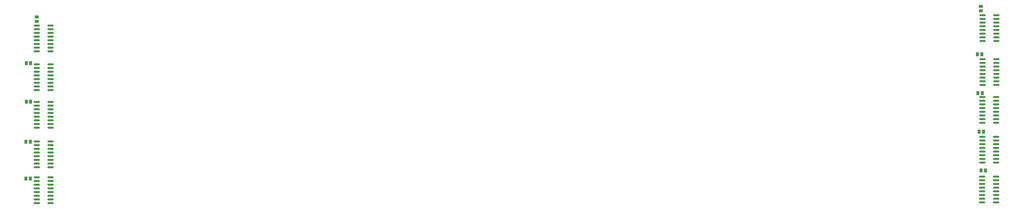
<source format=gbp>
%FSLAX25Y25*%
%MOIN*%
G70*
G01*
G75*
G04 Layer_Color=128*
%ADD10R,0.05512X0.05906*%
%ADD11R,0.05512X0.04331*%
%ADD12R,0.05709X0.02165*%
%ADD13R,0.05709X0.02165*%
%ADD14R,0.04331X0.06693*%
%ADD15R,0.08661X0.07874*%
%ADD16C,0.00500*%
%ADD17C,0.01181*%
%ADD18C,0.01969*%
%ADD19C,0.04724*%
%ADD20R,0.04724X0.04724*%
%ADD21R,0.05906X0.05906*%
%ADD22C,0.05906*%
%ADD23C,0.12992*%
%ADD24C,0.11811*%
%ADD25R,0.06378X0.06378*%
%ADD26C,0.06378*%
%ADD27C,0.08425*%
%ADD28C,0.21654*%
%ADD29C,0.02362*%
%ADD30C,0.03937*%
%ADD31O,0.08661X0.02362*%
%ADD32R,0.04331X0.05512*%
%ADD33C,0.00787*%
%ADD34C,0.00394*%
%ADD35C,0.00098*%
%ADD36C,0.00984*%
%ADD37C,0.01000*%
%ADD38C,0.00098*%
%ADD39C,0.00800*%
%ADD40C,0.00591*%
%ADD41R,0.06312X0.06706*%
%ADD42R,0.06312X0.05131*%
%ADD43R,0.06509X0.02965*%
%ADD44R,0.06509X0.02965*%
%ADD45R,0.05131X0.07493*%
%ADD46R,0.09461X0.08674*%
%ADD47C,0.05524*%
%ADD48R,0.05524X0.05524*%
%ADD49R,0.06706X0.06706*%
%ADD50C,0.06706*%
%ADD51C,0.13792*%
%ADD52C,0.12611*%
%ADD53R,0.07178X0.07178*%
%ADD54C,0.07178*%
%ADD55C,0.09225*%
%ADD56C,0.22453*%
%ADD57C,0.03162*%
%ADD58C,0.04737*%
%ADD59O,0.09461X0.03162*%
%ADD60R,0.05131X0.06312*%
D11*
X200787Y590354D02*
D03*
Y584449D02*
D03*
X1477165Y598622D02*
D03*
Y604528D02*
D03*
D31*
X200787Y543524D02*
D03*
Y548524D02*
D03*
Y553524D02*
D03*
Y558524D02*
D03*
Y563524D02*
D03*
Y568524D02*
D03*
Y573524D02*
D03*
Y578524D02*
D03*
X219685Y543524D02*
D03*
Y548524D02*
D03*
Y553524D02*
D03*
Y558524D02*
D03*
Y563524D02*
D03*
Y568524D02*
D03*
Y573524D02*
D03*
Y578524D02*
D03*
X200787Y491161D02*
D03*
Y496161D02*
D03*
Y501161D02*
D03*
Y506161D02*
D03*
Y511161D02*
D03*
Y516161D02*
D03*
Y521161D02*
D03*
Y526161D02*
D03*
X219685Y491161D02*
D03*
Y496161D02*
D03*
Y501161D02*
D03*
Y506161D02*
D03*
Y511161D02*
D03*
Y516161D02*
D03*
Y521161D02*
D03*
Y526161D02*
D03*
Y474980D02*
D03*
Y469980D02*
D03*
Y464980D02*
D03*
Y459980D02*
D03*
Y454980D02*
D03*
Y449980D02*
D03*
Y444980D02*
D03*
Y439980D02*
D03*
X200787Y474980D02*
D03*
Y469980D02*
D03*
Y464980D02*
D03*
Y459980D02*
D03*
Y454980D02*
D03*
Y449980D02*
D03*
Y444980D02*
D03*
Y439980D02*
D03*
X219685Y421437D02*
D03*
Y416437D02*
D03*
Y411437D02*
D03*
Y406437D02*
D03*
Y401437D02*
D03*
Y396437D02*
D03*
Y391437D02*
D03*
Y386437D02*
D03*
X200787Y421437D02*
D03*
Y416437D02*
D03*
Y411437D02*
D03*
Y406437D02*
D03*
Y401437D02*
D03*
Y396437D02*
D03*
Y391437D02*
D03*
Y386437D02*
D03*
X219685Y372618D02*
D03*
Y367618D02*
D03*
Y362618D02*
D03*
Y357618D02*
D03*
Y352618D02*
D03*
Y347618D02*
D03*
Y342618D02*
D03*
Y337618D02*
D03*
X200787Y372618D02*
D03*
Y367618D02*
D03*
Y362618D02*
D03*
Y357618D02*
D03*
Y352618D02*
D03*
Y347618D02*
D03*
Y342618D02*
D03*
Y337618D02*
D03*
X1498425Y592697D02*
D03*
Y587697D02*
D03*
Y582697D02*
D03*
Y577697D02*
D03*
Y572697D02*
D03*
Y567697D02*
D03*
Y562697D02*
D03*
Y557697D02*
D03*
X1479528Y592697D02*
D03*
Y587697D02*
D03*
Y582697D02*
D03*
Y577697D02*
D03*
Y572697D02*
D03*
Y567697D02*
D03*
Y562697D02*
D03*
Y557697D02*
D03*
X1498425Y532854D02*
D03*
Y527854D02*
D03*
Y522854D02*
D03*
Y517854D02*
D03*
Y512854D02*
D03*
Y507854D02*
D03*
Y502854D02*
D03*
Y497854D02*
D03*
X1479528Y532854D02*
D03*
Y527854D02*
D03*
Y522854D02*
D03*
Y517854D02*
D03*
Y512854D02*
D03*
Y507854D02*
D03*
Y502854D02*
D03*
Y497854D02*
D03*
X1498032Y481673D02*
D03*
Y476673D02*
D03*
Y471673D02*
D03*
Y466673D02*
D03*
Y461673D02*
D03*
Y456673D02*
D03*
Y451673D02*
D03*
Y446673D02*
D03*
X1479134Y481673D02*
D03*
Y476673D02*
D03*
Y471673D02*
D03*
Y466673D02*
D03*
Y461673D02*
D03*
Y456673D02*
D03*
Y451673D02*
D03*
Y446673D02*
D03*
X1498032Y427736D02*
D03*
Y422736D02*
D03*
Y417736D02*
D03*
Y412736D02*
D03*
Y407736D02*
D03*
Y402736D02*
D03*
Y397736D02*
D03*
Y392736D02*
D03*
X1479134Y427736D02*
D03*
Y422736D02*
D03*
Y417736D02*
D03*
Y412736D02*
D03*
Y407736D02*
D03*
Y402736D02*
D03*
Y397736D02*
D03*
Y392736D02*
D03*
X1497913Y373563D02*
D03*
Y368563D02*
D03*
Y363563D02*
D03*
Y358563D02*
D03*
Y353563D02*
D03*
Y348563D02*
D03*
Y343563D02*
D03*
Y338563D02*
D03*
X1479016Y373563D02*
D03*
Y368563D02*
D03*
Y363563D02*
D03*
Y358563D02*
D03*
Y353563D02*
D03*
Y348563D02*
D03*
Y343563D02*
D03*
Y338563D02*
D03*
D32*
X186811Y527559D02*
D03*
X192717D02*
D03*
Y475197D02*
D03*
X186811D02*
D03*
X192323Y420866D02*
D03*
X186417D02*
D03*
X192323Y370866D02*
D03*
X186417D02*
D03*
X1477756Y381850D02*
D03*
X1483661D02*
D03*
X1480906Y434646D02*
D03*
X1475000D02*
D03*
X1479331Y487008D02*
D03*
X1473425D02*
D03*
X1478543Y539764D02*
D03*
X1472638D02*
D03*
M02*

</source>
